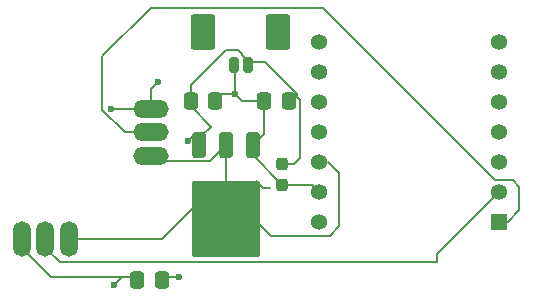
<source format=gtl>
%TF.GenerationSoftware,KiCad,Pcbnew,8.0.2-1*%
%TF.CreationDate,2024-05-20T16:42:59-04:00*%
%TF.ProjectId,humep1,68756d65-7031-42e6-9b69-6361645f7063,rev?*%
%TF.SameCoordinates,Original*%
%TF.FileFunction,Copper,L1,Top*%
%TF.FilePolarity,Positive*%
%FSLAX46Y46*%
G04 Gerber Fmt 4.6, Leading zero omitted, Abs format (unit mm)*
G04 Created by KiCad (PCBNEW 8.0.2-1) date 2024-05-20 16:42:59*
%MOMM*%
%LPD*%
G01*
G04 APERTURE LIST*
G04 Aperture macros list*
%AMRoundRect*
0 Rectangle with rounded corners*
0 $1 Rounding radius*
0 $2 $3 $4 $5 $6 $7 $8 $9 X,Y pos of 4 corners*
0 Add a 4 corners polygon primitive as box body*
4,1,4,$2,$3,$4,$5,$6,$7,$8,$9,$2,$3,0*
0 Add four circle primitives for the rounded corners*
1,1,$1+$1,$2,$3*
1,1,$1+$1,$4,$5*
1,1,$1+$1,$6,$7*
1,1,$1+$1,$8,$9*
0 Add four rect primitives between the rounded corners*
20,1,$1+$1,$2,$3,$4,$5,0*
20,1,$1+$1,$4,$5,$6,$7,0*
20,1,$1+$1,$6,$7,$8,$9,0*
20,1,$1+$1,$8,$9,$2,$3,0*%
G04 Aperture macros list end*
%TA.AperFunction,SMDPad,CuDef*%
%ADD10RoundRect,0.250000X0.337500X0.475000X-0.337500X0.475000X-0.337500X-0.475000X0.337500X-0.475000X0*%
%TD*%
%TA.AperFunction,SMDPad,CuDef*%
%ADD11RoundRect,0.200000X0.200000X0.450000X-0.200000X0.450000X-0.200000X-0.450000X0.200000X-0.450000X0*%
%TD*%
%TA.AperFunction,SMDPad,CuDef*%
%ADD12RoundRect,0.250001X0.799999X1.249999X-0.799999X1.249999X-0.799999X-1.249999X0.799999X-1.249999X0*%
%TD*%
%TA.AperFunction,SMDPad,CuDef*%
%ADD13RoundRect,0.250000X-0.337500X-0.475000X0.337500X-0.475000X0.337500X0.475000X-0.337500X0.475000X0*%
%TD*%
%TA.AperFunction,SMDPad,CuDef*%
%ADD14RoundRect,0.237500X-0.237500X0.300000X-0.237500X-0.300000X0.237500X-0.300000X0.237500X0.300000X0*%
%TD*%
%TA.AperFunction,ComponentPad*%
%ADD15R,1.358000X1.358000*%
%TD*%
%TA.AperFunction,ComponentPad*%
%ADD16C,1.358000*%
%TD*%
%TA.AperFunction,ComponentPad*%
%ADD17O,3.000000X1.500000*%
%TD*%
%TA.AperFunction,ComponentPad*%
%ADD18O,1.500000X3.000000*%
%TD*%
%TA.AperFunction,SMDPad,CuDef*%
%ADD19RoundRect,0.250000X-0.350000X0.850000X-0.350000X-0.850000X0.350000X-0.850000X0.350000X0.850000X0*%
%TD*%
%TA.AperFunction,SMDPad,CuDef*%
%ADD20RoundRect,0.250000X-1.125000X1.275000X-1.125000X-1.275000X1.125000X-1.275000X1.125000X1.275000X0*%
%TD*%
%TA.AperFunction,SMDPad,CuDef*%
%ADD21RoundRect,0.249997X-2.650003X2.950003X-2.650003X-2.950003X2.650003X-2.950003X2.650003X2.950003X0*%
%TD*%
%TA.AperFunction,ViaPad*%
%ADD22C,0.600000*%
%TD*%
%TA.AperFunction,Conductor*%
%ADD23C,0.200000*%
%TD*%
G04 APERTURE END LIST*
D10*
%TO.P,1uF,1*%
%TO.N,/PWR*%
X56537500Y-76500000D03*
%TO.P,1uF,2*%
%TO.N,GND*%
X54462500Y-76500000D03*
%TD*%
D11*
%TO.P,BATTERY,1,+*%
%TO.N,/PWR*%
X63875000Y-58250000D03*
%TO.P,BATTERY,2,-*%
%TO.N,GND*%
X62625000Y-58250000D03*
D12*
%TO.P,BATTERY,MP*%
%TO.N,N/C*%
X66425000Y-55500000D03*
X60075000Y-55500000D03*
%TD*%
D13*
%TO.P,10uF,1*%
%TO.N,/PWR*%
X59000000Y-61300000D03*
%TO.P,10uF,2*%
%TO.N,GND*%
X61075000Y-61300000D03*
%TD*%
D14*
%TO.P,0.1uF,2*%
%TO.N,GND*%
X66750000Y-68412500D03*
%TO.P,0.1uF,1*%
%TO.N,/PWR*%
X66750000Y-66687500D03*
%TD*%
D15*
%TO.P,ESP32-C3,1,D0*%
%TO.N,/X*%
X85102500Y-71551500D03*
D16*
%TO.P,ESP32-C3,2,D1*%
%TO.N,/Y*%
X85102500Y-69011500D03*
%TO.P,ESP32-C3,3,D2*%
%TO.N,unconnected-(U2-D2-Pad3)*%
X85102500Y-66471500D03*
%TO.P,ESP32-C3,4,D3*%
%TO.N,unconnected-(U2-D3-Pad4)*%
X85102500Y-63931500D03*
%TO.P,ESP32-C3,5,D4*%
%TO.N,unconnected-(U2-D4-Pad5)*%
X85102500Y-61391500D03*
%TO.P,ESP32-C3,6,D5*%
%TO.N,unconnected-(U2-D5-Pad6)*%
X85102500Y-58851500D03*
%TO.P,ESP32-C3,7,TX_D6*%
%TO.N,unconnected-(U2-TX_D6-Pad7)*%
X85102500Y-56311500D03*
%TO.P,ESP32-C3,8,RX_D7*%
%TO.N,unconnected-(U2-RX_D7-Pad8)*%
X69862500Y-56311500D03*
%TO.P,ESP32-C3,9,D8*%
%TO.N,unconnected-(U2-D8-Pad9)*%
X69862500Y-58851500D03*
%TO.P,ESP32-C3,10,D9*%
%TO.N,unconnected-(U2-D9-Pad10)*%
X69862500Y-61391500D03*
%TO.P,ESP32-C3,11,D10*%
%TO.N,unconnected-(U2-D10-Pad11)*%
X69862500Y-63931500D03*
%TO.P,ESP32-C3,12,VCC_3V3*%
%TO.N,/3.3V*%
X69862500Y-66471500D03*
%TO.P,ESP32-C3,13,GND*%
%TO.N,GND*%
X69862500Y-69011500D03*
%TO.P,ESP32-C3,14,VUSB*%
%TO.N,unconnected-(U2-VUSB-Pad14)*%
X69862500Y-71551500D03*
%TD*%
D17*
%TO.P,JOYSTICK (2765),X*%
%TO.N,/X*%
X55675000Y-64000000D03*
%TO.P,JOYSTICK (2765),X+*%
%TO.N,/3.3V*%
X55675000Y-66000000D03*
%TO.P,JOYSTICK (2765),X-*%
%TO.N,GND*%
X55675000Y-62000000D03*
D18*
%TO.P,JOYSTICK (2765),Y*%
%TO.N,/Y*%
X46675000Y-73000000D03*
%TO.P,JOYSTICK (2765),Y+*%
%TO.N,/3.3V*%
X48675000Y-73000000D03*
%TO.P,JOYSTICK (2765),Y-*%
%TO.N,GND*%
X44675000Y-73000000D03*
%TD*%
D10*
%TO.P,10uF,1*%
%TO.N,/PWR*%
X67287500Y-61300000D03*
%TO.P,10uF,2*%
%TO.N,GND*%
X65212500Y-61300000D03*
%TD*%
D19*
%TO.P,U1,1,GND*%
%TO.N,GND*%
X64280000Y-65050000D03*
%TO.P,U1,2,VO*%
%TO.N,/3.3V*%
X62000000Y-65050000D03*
D20*
X63525000Y-69675000D03*
X60475000Y-69675000D03*
D21*
X62000000Y-71350000D03*
D20*
X63525000Y-73025000D03*
X60475000Y-73025000D03*
D19*
%TO.P,U1,3,VI*%
%TO.N,/PWR*%
X59720000Y-65050000D03*
%TD*%
D22*
%TO.N,/PWR*%
X58000000Y-76250000D03*
X58750000Y-64750000D03*
%TO.N,GND*%
X52250000Y-62000000D03*
X56250000Y-59750000D03*
X52500000Y-76950000D03*
X62750000Y-60750000D03*
%TD*%
D23*
%TO.N,/Y*%
X85102500Y-69011500D02*
X79864000Y-74250000D01*
X79864000Y-74250000D02*
X79864000Y-75000000D01*
%TO.N,/X*%
X55675000Y-64000000D02*
X53401471Y-64000000D01*
X86831500Y-70572500D02*
X85852500Y-71551500D01*
X53401471Y-64000000D02*
X51500000Y-62098529D01*
X51500000Y-57548654D02*
X55598654Y-53450000D01*
X51500000Y-62098529D02*
X51500000Y-57548654D01*
X55598654Y-53450000D02*
X70200000Y-53450000D01*
X70200000Y-53450000D02*
X84782500Y-68032500D01*
X86258016Y-68032500D02*
X86831500Y-68605984D01*
X84782500Y-68032500D02*
X86258016Y-68032500D01*
X86831500Y-68605984D02*
X86831500Y-70572500D01*
%TO.N,/3.3V*%
X55675000Y-66000000D02*
X56125000Y-66450000D01*
X60600000Y-66450000D02*
X62000000Y-65050000D01*
X56125000Y-66450000D02*
X60600000Y-66450000D01*
%TO.N,/PWR*%
X58750000Y-64750000D02*
X59250000Y-64250000D01*
X59970000Y-64250000D02*
X60720000Y-63500000D01*
X63875000Y-58000000D02*
X65287500Y-58000000D01*
X59000000Y-61780000D02*
X59000000Y-60025000D01*
X59000000Y-60025000D02*
X61975000Y-57050000D01*
X61975000Y-57050000D02*
X63037648Y-57050000D01*
X59250000Y-64250000D02*
X59970000Y-64250000D01*
X63037648Y-57050000D02*
X63325000Y-57337352D01*
X60720000Y-63500000D02*
X59000000Y-61780000D01*
X63325000Y-57337352D02*
X63325000Y-57450000D01*
X68250000Y-61250000D02*
X68250000Y-66137500D01*
X63325000Y-57450000D02*
X63875000Y-58000000D01*
X65287500Y-58000000D02*
X68037500Y-60750000D01*
X68037500Y-60750000D02*
X68037500Y-61037500D01*
X68037500Y-61037500D02*
X68250000Y-61250000D01*
X68250000Y-66137500D02*
X67700000Y-66687500D01*
X67700000Y-66687500D02*
X66750000Y-66687500D01*
%TO.N,/3.3V*%
X62000000Y-65050000D02*
X62000000Y-68150000D01*
X62000000Y-68150000D02*
X60475000Y-69675000D01*
%TO.N,GND*%
X64280000Y-65050000D02*
X64280000Y-65942500D01*
X64280000Y-65942500D02*
X66750000Y-68412500D01*
X65212500Y-61300000D02*
X65212500Y-64117500D01*
X65212500Y-64117500D02*
X64280000Y-65050000D01*
X62750000Y-60750000D02*
X63300000Y-61300000D01*
X63300000Y-61300000D02*
X65212500Y-61300000D01*
X66750000Y-68412500D02*
X69263500Y-68412500D01*
X69263500Y-68412500D02*
X69862500Y-69011500D01*
X62750000Y-58000000D02*
X62750000Y-60750000D01*
X61075000Y-60750000D02*
X62750000Y-60750000D01*
%TO.N,/PWR*%
X56537500Y-76250000D02*
X58000000Y-76250000D01*
%TO.N,GND*%
X55675000Y-62000000D02*
X52250000Y-62000000D01*
X55675000Y-60325000D02*
X55675000Y-62000000D01*
X44675000Y-73750000D02*
X47175000Y-76250000D01*
X52500000Y-76950000D02*
X53200000Y-76250000D01*
X53200000Y-76250000D02*
X54462500Y-76250000D01*
X47175000Y-76250000D02*
X54462500Y-76250000D01*
X56250000Y-59750000D02*
X55675000Y-60325000D01*
X44675000Y-73000000D02*
X44675000Y-73750000D01*
%TO.N,/3.3V*%
X48675000Y-73000000D02*
X56600000Y-73000000D01*
X71591500Y-71957016D02*
X70798516Y-72750000D01*
X70612500Y-66471500D02*
X71591500Y-67450500D01*
X65800000Y-72750000D02*
X64525000Y-71475000D01*
X71591500Y-67450500D02*
X71591500Y-71957016D01*
X65700000Y-68700000D02*
X65100000Y-68700000D01*
X70798516Y-72750000D02*
X65800000Y-72750000D01*
X65100000Y-68700000D02*
X64525000Y-68125000D01*
X56600000Y-73000000D02*
X61475000Y-68125000D01*
%TO.N,/Y*%
X46675000Y-73000000D02*
X46675000Y-73750000D01*
X46675000Y-73750000D02*
X47925000Y-75000000D01*
X47925000Y-75000000D02*
X79864000Y-75000000D01*
%TD*%
M02*

</source>
